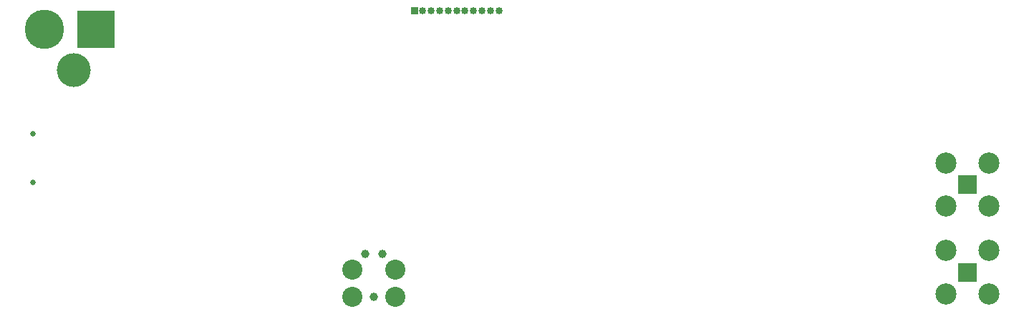
<source format=gbr>
%TF.GenerationSoftware,KiCad,Pcbnew,9.0.1*%
%TF.CreationDate,2025-05-12T13:55:05+02:00*%
%TF.ProjectId,CC1312R,43433133-3132-4522-9e6b-696361645f70,rev?*%
%TF.SameCoordinates,Original*%
%TF.FileFunction,Soldermask,Bot*%
%TF.FilePolarity,Negative*%
%FSLAX46Y46*%
G04 Gerber Fmt 4.6, Leading zero omitted, Abs format (unit mm)*
G04 Created by KiCad (PCBNEW 9.0.1) date 2025-05-12 13:55:05*
%MOMM*%
%LPD*%
G01*
G04 APERTURE LIST*
%ADD10R,4.500000X4.500000*%
%ADD11C,4.650000*%
%ADD12C,4.000000*%
%ADD13C,2.375000*%
%ADD14C,0.991000*%
%ADD15R,2.300000X2.300000*%
%ADD16C,2.500000*%
%ADD17C,0.650000*%
%ADD18R,0.850000X0.850000*%
%ADD19C,0.850000*%
G04 APERTURE END LIST*
D10*
%TO.C,J1*%
X192024000Y-136652000D03*
D11*
X185924000Y-136652000D03*
D12*
X189424000Y-141452000D03*
%TD*%
D13*
%TO.C,U1*%
X222370000Y-168275000D03*
D14*
X224910000Y-168275000D03*
D13*
X227450000Y-168275000D03*
X222370000Y-165100000D03*
X227450000Y-165100000D03*
D14*
X223894000Y-163195000D03*
X225926000Y-163195000D03*
%TD*%
D15*
%TO.C,TX_ANTENNA*%
X295100000Y-165400000D03*
D16*
X292550000Y-167950000D03*
X297650000Y-167950000D03*
X297650000Y-162850000D03*
X292550000Y-162850000D03*
%TD*%
D17*
%TO.C,J2*%
X184630000Y-148980000D03*
X184630000Y-154760000D03*
%TD*%
D18*
%TO.C,COMM_1*%
X229700000Y-134450000D03*
D19*
X230700000Y-134450000D03*
X231700000Y-134450000D03*
X232700000Y-134450000D03*
X233700000Y-134450000D03*
X234700000Y-134450000D03*
X235700000Y-134450000D03*
X236700000Y-134450000D03*
X237700000Y-134450000D03*
X238700000Y-134450000D03*
X239700000Y-134450000D03*
%TD*%
D15*
%TO.C,RX_ANTENNA*%
X295100000Y-155000000D03*
D16*
X292550000Y-157550000D03*
X297650000Y-157550000D03*
X297650000Y-152450000D03*
X292550000Y-152450000D03*
%TD*%
M02*

</source>
